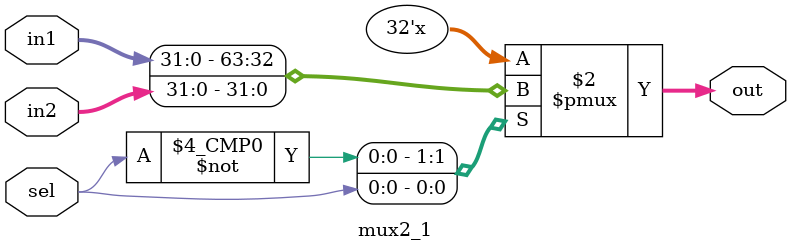
<source format=v>
`timescale 1ns / 1ps


module mux2_1(out,in1,in2,sel);
output [31:0] out;
input [31:0] in1;
input [31:0] in2;
input sel;
reg [31:0] out;
    always @(in1 or in2 or sel)
        case(sel)
        1'b0:   out=in1;
        1'b1:   out=in2;
        default:    out=32'bx;
        endcase
endmodule

</source>
